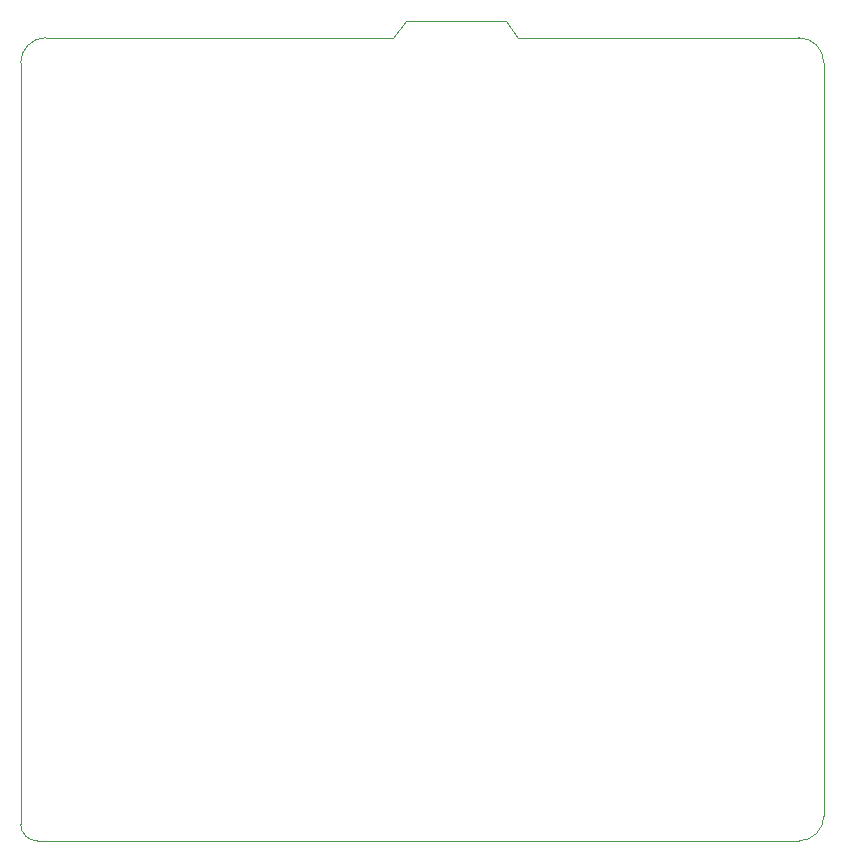
<source format=gbr>
%TF.GenerationSoftware,KiCad,Pcbnew,(6.0.4-0)*%
%TF.CreationDate,2023-01-14T23:55:12-06:00*%
%TF.ProjectId,kowgary16_cfx,6b6f7767-6172-4793-9136-5f6366782e6b,rev?*%
%TF.SameCoordinates,Original*%
%TF.FileFunction,Profile,NP*%
%FSLAX46Y46*%
G04 Gerber Fmt 4.6, Leading zero omitted, Abs format (unit mm)*
G04 Created by KiCad (PCBNEW (6.0.4-0)) date 2023-01-14 23:55:12*
%MOMM*%
%LPD*%
G01*
G04 APERTURE LIST*
%TA.AperFunction,Profile*%
%ADD10C,0.100000*%
%TD*%
G04 APERTURE END LIST*
D10*
X140249934Y-82874961D02*
X75791631Y-82874961D01*
X140249934Y-82874961D02*
G75*
G03*
X142374933Y-80749962I13J2124986D01*
G01*
X142374933Y-16999992D02*
X142374933Y-80749962D01*
X116874945Y-14874993D02*
X140249934Y-14874993D01*
X142374933Y-16999992D02*
G75*
G03*
X140249934Y-14874993I-2124986J13D01*
G01*
X76499964Y-14874965D02*
G75*
G03*
X74374965Y-16999992I36J-2125035D01*
G01*
X115458279Y-13458327D02*
X116520778Y-14874993D01*
X105895783Y-14874993D02*
X105541617Y-14874993D01*
X74374965Y-81458295D02*
X74374965Y-16999992D01*
X76499964Y-14874993D02*
X105541617Y-14874993D01*
X116874945Y-14874993D02*
X116520778Y-14874993D01*
X105895783Y-14874993D02*
X106958283Y-13458327D01*
X106958283Y-13458327D02*
X115458279Y-13458327D01*
X74374939Y-81458295D02*
G75*
G03*
X75791631Y-82874961I1416661J-5D01*
G01*
M02*

</source>
